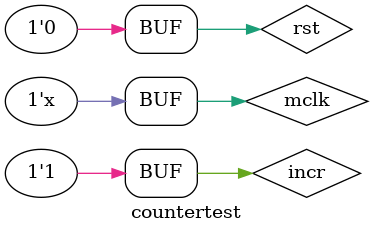
<source format=v>
`timescale 1ns / 1ps

module countertest(    );
    reg incr, rst, mclk;
    wire [7:0] o;
    
    countertop UUT(.mclk(mclk), .incr(incr), .rst(rst), .o(o));
    
    initial begin 
        incr = 0;
        rst = 1;
        mclk = 1;
        #100;
        incr = 1;
        rst = 0;
    end 
    
    always #10 mclk = ~mclk;
endmodule

</source>
